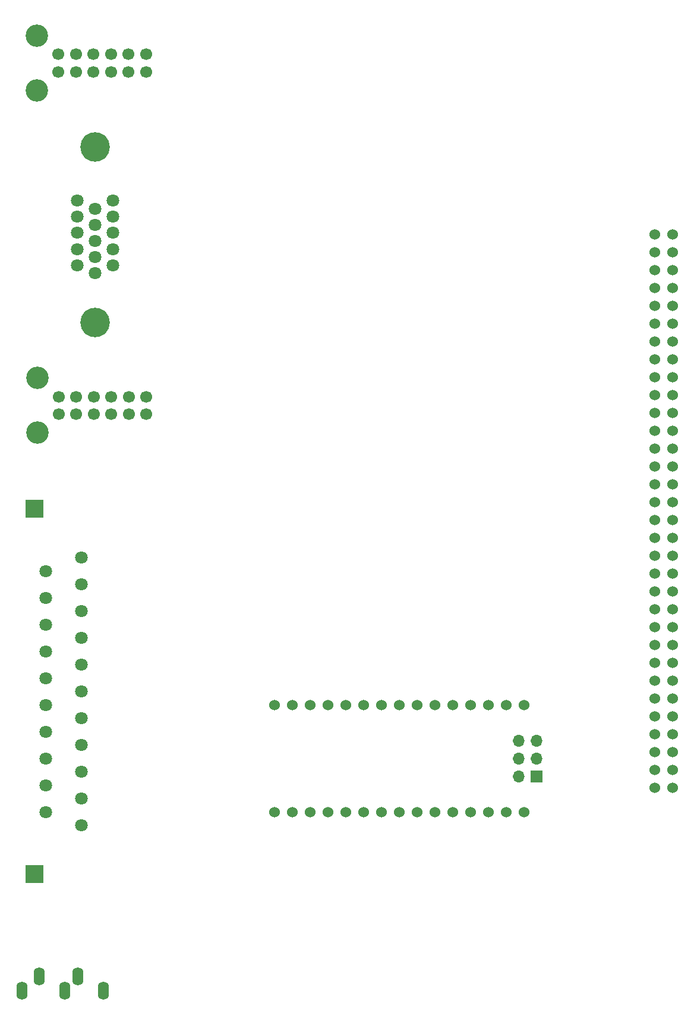
<source format=gbr>
%TF.GenerationSoftware,KiCad,Pcbnew,5.1.10-88a1d61d58~88~ubuntu20.04.1*%
%TF.CreationDate,2021-08-09T22:17:54+02:00*%
%TF.ProjectId,bkm-129x-scart-vga,626b6d2d-3132-4397-982d-73636172742d,rev?*%
%TF.SameCoordinates,Original*%
%TF.FileFunction,Soldermask,Bot*%
%TF.FilePolarity,Negative*%
%FSLAX46Y46*%
G04 Gerber Fmt 4.6, Leading zero omitted, Abs format (unit mm)*
G04 Created by KiCad (PCBNEW 5.1.10-88a1d61d58~88~ubuntu20.04.1) date 2021-08-09 22:17:54*
%MOMM*%
%LPD*%
G01*
G04 APERTURE LIST*
%ADD10C,1.700000*%
%ADD11C,3.200000*%
%ADD12R,2.500000X2.500000*%
%ADD13C,1.800000*%
%ADD14C,1.524000*%
%ADD15C,4.200000*%
%ADD16R,1.700000X1.700000*%
%ADD17O,1.700000X1.700000*%
%ADD18O,1.600000X2.600000*%
G04 APERTURE END LIST*
D10*
%TO.C,SW1*%
X63543500Y-40148600D03*
X61043500Y-40148600D03*
X66043500Y-40148600D03*
X66043500Y-42648600D03*
X63543500Y-42648600D03*
X68543500Y-42648600D03*
X68543500Y-40148600D03*
X61043500Y-42648600D03*
X58543500Y-42648600D03*
X56043500Y-42648600D03*
X56043500Y-40148600D03*
X58543500Y-40148600D03*
D11*
X52993500Y-37498600D03*
X52993500Y-45298600D03*
%TD*%
D12*
%TO.C,J2*%
X52682000Y-104810000D03*
X52682000Y-156810000D03*
D13*
X59309000Y-111760000D03*
X59309000Y-115570000D03*
X59309000Y-119380000D03*
X59309000Y-123190000D03*
X59309000Y-127000000D03*
X59309000Y-130810000D03*
X59309000Y-134620000D03*
X59309000Y-138430000D03*
X59309000Y-142240000D03*
X59309000Y-146050000D03*
X59309000Y-149860000D03*
X54229000Y-113665000D03*
X54229000Y-117475000D03*
X54229000Y-121285000D03*
X54229000Y-125095000D03*
X54229000Y-128905000D03*
X54229000Y-132715000D03*
X54229000Y-136525000D03*
X54229000Y-140335000D03*
X54229000Y-144145000D03*
X54229000Y-147955000D03*
%TD*%
D14*
%TO.C,J5*%
X141020800Y-65786000D03*
X141020800Y-68326000D03*
X141020800Y-70866000D03*
X141020800Y-73406000D03*
X141020800Y-75946000D03*
X141020800Y-78486000D03*
X141020800Y-81026000D03*
X141020800Y-83566000D03*
X141020800Y-86106000D03*
X141020800Y-88646000D03*
X141020800Y-91186000D03*
X141020800Y-93726000D03*
X141020800Y-96266000D03*
X141020800Y-98806000D03*
X141020800Y-101346000D03*
X141020800Y-103886000D03*
X141020800Y-106426000D03*
X141020800Y-108966000D03*
X141020800Y-111506000D03*
X141020800Y-114046000D03*
X141020800Y-116586000D03*
X141020800Y-119126000D03*
X141020800Y-121666000D03*
X141020800Y-124206000D03*
X141020800Y-126746000D03*
X141020800Y-129286000D03*
X141020800Y-131826000D03*
X141020800Y-134366000D03*
X141020800Y-136906000D03*
X141020800Y-139446000D03*
X141020800Y-141986000D03*
X141020800Y-144526000D03*
X143560800Y-65786000D03*
X143560800Y-68326000D03*
X143560800Y-70866000D03*
X143560800Y-73406000D03*
X143560800Y-75946000D03*
X143560800Y-78486000D03*
X143560800Y-81026000D03*
X143560800Y-83566000D03*
X143560800Y-86106000D03*
X143560800Y-88646000D03*
X143560800Y-91186000D03*
X143560800Y-93726000D03*
X143560800Y-96266000D03*
X143560800Y-98806000D03*
X143560800Y-101346000D03*
X143560800Y-103886000D03*
X143560800Y-106426000D03*
X143560800Y-108966000D03*
X143560800Y-111506000D03*
X143560800Y-114046000D03*
X143560800Y-116586000D03*
X143560800Y-119126000D03*
X143560800Y-121666000D03*
X143560800Y-124206000D03*
X143560800Y-126746000D03*
X143560800Y-129286000D03*
X143560800Y-131826000D03*
X143560800Y-134366000D03*
X143560800Y-136906000D03*
X143560800Y-139446000D03*
X143560800Y-141986000D03*
X143560800Y-144526000D03*
%TD*%
%TO.C,U3*%
X122440700Y-132715000D03*
X119900700Y-132715000D03*
X117360700Y-132715000D03*
X114820700Y-132715000D03*
X112280700Y-132715000D03*
X109740700Y-132715000D03*
X107200700Y-132715000D03*
X104660700Y-132715000D03*
X102120700Y-132715000D03*
X99580700Y-132715000D03*
X97040700Y-132715000D03*
X94500700Y-132715000D03*
X91960700Y-132715000D03*
X89420700Y-132715000D03*
X86880700Y-132715000D03*
X86880700Y-147955000D03*
X89420700Y-147955000D03*
X91960700Y-147955000D03*
X94500700Y-147955000D03*
X97040700Y-147955000D03*
X99580700Y-147955000D03*
X102120700Y-147955000D03*
X104660700Y-147955000D03*
X107200700Y-147955000D03*
X109740700Y-147955000D03*
X112280700Y-147955000D03*
X114820700Y-147955000D03*
X117360700Y-147955000D03*
X119900700Y-147955000D03*
X122440700Y-147955000D03*
%TD*%
D13*
%TO.C,J1*%
X63817500Y-65570100D03*
X58737500Y-65570100D03*
X58737500Y-67861180D03*
X58737500Y-70152260D03*
X58737500Y-63279020D03*
X58737500Y-60987940D03*
X61277500Y-62141100D03*
X61277500Y-64432180D03*
X61277500Y-66723260D03*
X61277500Y-69014340D03*
X61277500Y-71305420D03*
X63817500Y-63279020D03*
X63817500Y-60987940D03*
X63817500Y-67861180D03*
X63817500Y-70152260D03*
D15*
X61277500Y-78315820D03*
X61277500Y-53332380D03*
%TD*%
D16*
%TO.C,J6*%
X124206000Y-142875000D03*
D17*
X121666000Y-142875000D03*
X124206000Y-140335000D03*
X121666000Y-140335000D03*
X124206000Y-137795000D03*
X121666000Y-137795000D03*
%TD*%
D10*
%TO.C,SW2*%
X63594300Y-88869200D03*
X61094300Y-88869200D03*
X66094300Y-88869200D03*
X66094300Y-91369200D03*
X63594300Y-91369200D03*
X68594300Y-91369200D03*
X68594300Y-88869200D03*
X61094300Y-91369200D03*
X58594300Y-91369200D03*
X56094300Y-91369200D03*
X56094300Y-88869200D03*
X58594300Y-88869200D03*
D11*
X53044300Y-86219200D03*
X53044300Y-94019200D03*
%TD*%
D18*
%TO.C,J3*%
X50901600Y-173366000D03*
X53301600Y-171366000D03*
X57001600Y-173366000D03*
X58801600Y-171366000D03*
X62501600Y-173366000D03*
%TD*%
M02*

</source>
